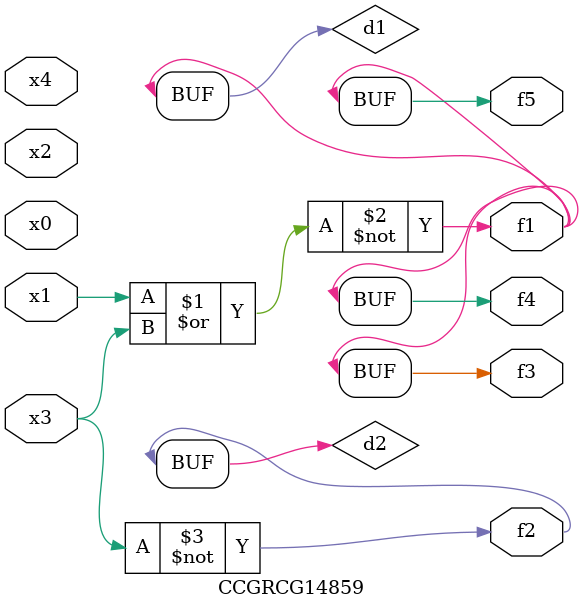
<source format=v>
module CCGRCG14859(
	input x0, x1, x2, x3, x4,
	output f1, f2, f3, f4, f5
);

	wire d1, d2;

	nor (d1, x1, x3);
	not (d2, x3);
	assign f1 = d1;
	assign f2 = d2;
	assign f3 = d1;
	assign f4 = d1;
	assign f5 = d1;
endmodule

</source>
